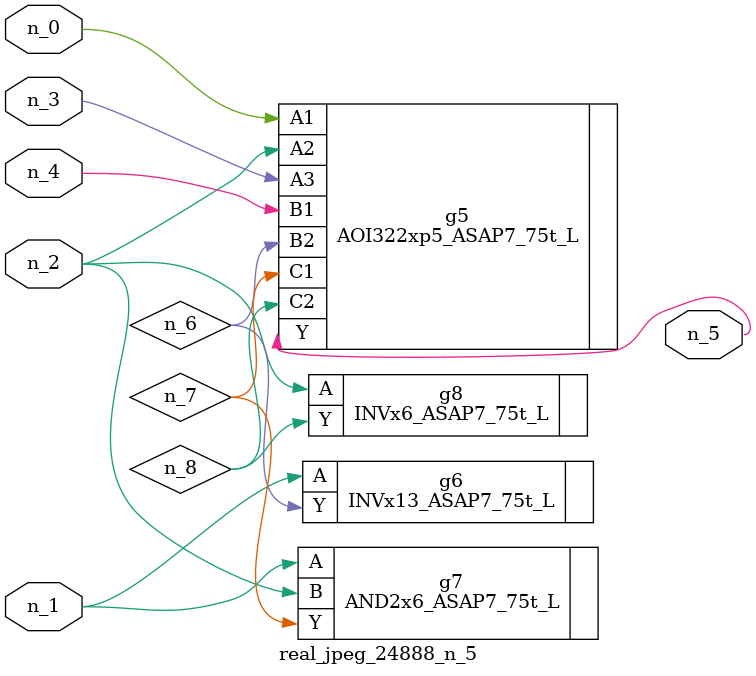
<source format=v>
module real_jpeg_24888_n_5 (n_4, n_0, n_1, n_2, n_3, n_5);

input n_4;
input n_0;
input n_1;
input n_2;
input n_3;

output n_5;

wire n_8;
wire n_6;
wire n_7;

AOI322xp5_ASAP7_75t_L g5 ( 
.A1(n_0),
.A2(n_2),
.A3(n_3),
.B1(n_4),
.B2(n_6),
.C1(n_7),
.C2(n_8),
.Y(n_5)
);

INVx13_ASAP7_75t_L g6 ( 
.A(n_1),
.Y(n_6)
);

AND2x6_ASAP7_75t_L g7 ( 
.A(n_1),
.B(n_2),
.Y(n_7)
);

INVx6_ASAP7_75t_L g8 ( 
.A(n_2),
.Y(n_8)
);


endmodule
</source>
